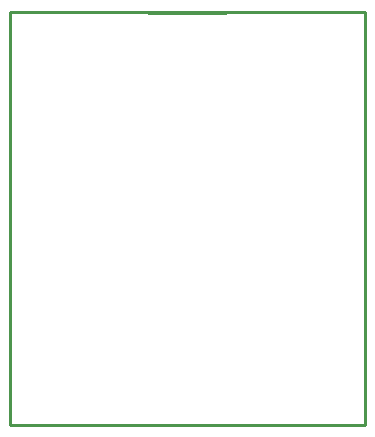
<source format=gko>
G04 Layer: BoardOutlineLayer*
G04 EasyEDA Pro v2.2.45.4, 2025-12-28 23:20:17*
G04 Gerber Generator version 0.3*
G04 Scale: 100 percent, Rotated: No, Reflected: No*
G04 Dimensions in millimeters*
G04 Leading zeros omitted, absolute positions, 4 integers and 5 decimals*
G04 Generated by one-click*
%FSLAX45Y45*%
%MOMM*%
%ADD10C,0.254*%
%ADD11C,0.1059*%
G75*


G04 PolygonModel Start*
G54D10*
G01X12077901Y-4568701D02*
G01X12737899Y-4568701D01*
G01X12737899Y-8055099D02*
G01X12077901Y-8055099D01*

G04 Rect Start*
G01X10909300Y-8059300D02*
G01X10909300Y-4559300D01*
G01X13909300Y-4559300D01*
G01X13909300Y-8059300D01*
G01X10909300Y-8059300D01*
G04 Rect End*

M02*


</source>
